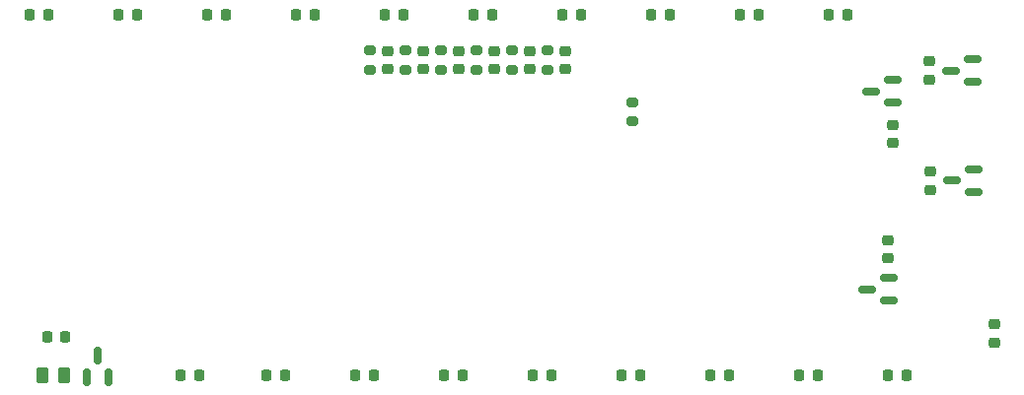
<source format=gbr>
%TF.GenerationSoftware,KiCad,Pcbnew,6.0.7-f9a2dced07~116~ubuntu20.04.1*%
%TF.CreationDate,2022-12-18T15:13:05-08:00*%
%TF.ProjectId,ButtonBd2,42757474-6f6e-4426-9432-2e6b69636164,rev?*%
%TF.SameCoordinates,Original*%
%TF.FileFunction,Paste,Top*%
%TF.FilePolarity,Positive*%
%FSLAX46Y46*%
G04 Gerber Fmt 4.6, Leading zero omitted, Abs format (unit mm)*
G04 Created by KiCad (PCBNEW 6.0.7-f9a2dced07~116~ubuntu20.04.1) date 2022-12-18 15:13:05*
%MOMM*%
%LPD*%
G01*
G04 APERTURE LIST*
G04 Aperture macros list*
%AMRoundRect*
0 Rectangle with rounded corners*
0 $1 Rounding radius*
0 $2 $3 $4 $5 $6 $7 $8 $9 X,Y pos of 4 corners*
0 Add a 4 corners polygon primitive as box body*
4,1,4,$2,$3,$4,$5,$6,$7,$8,$9,$2,$3,0*
0 Add four circle primitives for the rounded corners*
1,1,$1+$1,$2,$3*
1,1,$1+$1,$4,$5*
1,1,$1+$1,$6,$7*
1,1,$1+$1,$8,$9*
0 Add four rect primitives between the rounded corners*
20,1,$1+$1,$2,$3,$4,$5,0*
20,1,$1+$1,$4,$5,$6,$7,0*
20,1,$1+$1,$6,$7,$8,$9,0*
20,1,$1+$1,$8,$9,$2,$3,0*%
G04 Aperture macros list end*
%ADD10RoundRect,0.218750X0.256250X-0.218750X0.256250X0.218750X-0.256250X0.218750X-0.256250X-0.218750X0*%
%ADD11RoundRect,0.200000X0.275000X-0.200000X0.275000X0.200000X-0.275000X0.200000X-0.275000X-0.200000X0*%
%ADD12RoundRect,0.225000X0.250000X-0.225000X0.250000X0.225000X-0.250000X0.225000X-0.250000X-0.225000X0*%
%ADD13RoundRect,0.218750X0.218750X0.256250X-0.218750X0.256250X-0.218750X-0.256250X0.218750X-0.256250X0*%
%ADD14RoundRect,0.225000X-0.250000X0.225000X-0.250000X-0.225000X0.250000X-0.225000X0.250000X0.225000X0*%
%ADD15RoundRect,0.150000X0.587500X0.150000X-0.587500X0.150000X-0.587500X-0.150000X0.587500X-0.150000X0*%
%ADD16RoundRect,0.218750X-0.218750X-0.256250X0.218750X-0.256250X0.218750X0.256250X-0.218750X0.256250X0*%
%ADD17RoundRect,0.250000X0.262500X0.450000X-0.262500X0.450000X-0.262500X-0.450000X0.262500X-0.450000X0*%
%ADD18RoundRect,0.200000X-0.275000X0.200000X-0.275000X-0.200000X0.275000X-0.200000X0.275000X0.200000X0*%
%ADD19RoundRect,0.150000X0.150000X-0.587500X0.150000X0.587500X-0.150000X0.587500X-0.150000X-0.587500X0*%
%ADD20RoundRect,0.225000X0.225000X0.250000X-0.225000X0.250000X-0.225000X-0.250000X0.225000X-0.250000X0*%
G04 APERTURE END LIST*
D10*
%TO.C,D21*%
X145542000Y-94005500D03*
X145542000Y-92430500D03*
%TD*%
D11*
%TO.C,R2*%
X94996000Y-70548000D03*
X94996000Y-68898000D03*
%TD*%
D12*
%TO.C,C4*%
X136398000Y-86754000D03*
X136398000Y-85204000D03*
%TD*%
D10*
%TO.C,D11*%
X93472000Y-70510500D03*
X93472000Y-68935500D03*
%TD*%
D13*
%TO.C,D3*%
X79527500Y-65786000D03*
X77952500Y-65786000D03*
%TD*%
D10*
%TO.C,D16*%
X108712000Y-70510500D03*
X108712000Y-68935500D03*
%TD*%
%TO.C,D15*%
X105664000Y-70510500D03*
X105664000Y-68935500D03*
%TD*%
D12*
%TO.C,C1*%
X139954000Y-71387000D03*
X139954000Y-69837000D03*
%TD*%
D10*
%TO.C,D13*%
X99568000Y-70510500D03*
X99568000Y-68935500D03*
%TD*%
D14*
%TO.C,C3*%
X140032500Y-79301000D03*
X140032500Y-80851000D03*
%TD*%
D13*
%TO.C,D8*%
X117627500Y-65786000D03*
X116052500Y-65786000D03*
%TD*%
D15*
%TO.C,D20*%
X136446500Y-90358000D03*
X136446500Y-88458000D03*
X134571500Y-89408000D03*
%TD*%
D16*
%TO.C,D24*%
X83032500Y-96774000D03*
X84607500Y-96774000D03*
%TD*%
D10*
%TO.C,D14*%
X102616000Y-70510500D03*
X102616000Y-68935500D03*
%TD*%
D16*
%TO.C,D25*%
X90652500Y-96774000D03*
X92227500Y-96774000D03*
%TD*%
%TO.C,D30*%
X128752500Y-96774000D03*
X130327500Y-96774000D03*
%TD*%
D10*
%TO.C,D12*%
X96520000Y-70510500D03*
X96520000Y-68935500D03*
%TD*%
D15*
%TO.C,D17*%
X143685500Y-71562000D03*
X143685500Y-69662000D03*
X141810500Y-70612000D03*
%TD*%
D11*
%TO.C,R3*%
X98044000Y-70548000D03*
X98044000Y-68898000D03*
%TD*%
D16*
%TO.C,D27*%
X105892500Y-96774000D03*
X107467500Y-96774000D03*
%TD*%
D17*
%TO.C,R8*%
X65682500Y-96774000D03*
X63857500Y-96774000D03*
%TD*%
D18*
%TO.C,R7*%
X114427000Y-73343000D03*
X114427000Y-74993000D03*
%TD*%
D16*
%TO.C,D28*%
X113512500Y-96774000D03*
X115087500Y-96774000D03*
%TD*%
D13*
%TO.C,D6*%
X102387500Y-65786000D03*
X100812500Y-65786000D03*
%TD*%
D11*
%TO.C,R4*%
X101092000Y-70548000D03*
X101092000Y-68898000D03*
%TD*%
%TO.C,R1*%
X91948000Y-70548000D03*
X91948000Y-68898000D03*
%TD*%
D13*
%TO.C,D4*%
X87147500Y-65786000D03*
X85572500Y-65786000D03*
%TD*%
D11*
%TO.C,R6*%
X107188000Y-70548000D03*
X107188000Y-68898000D03*
%TD*%
D13*
%TO.C,D1*%
X64287500Y-65786000D03*
X62712500Y-65786000D03*
%TD*%
%TO.C,D9*%
X125247500Y-65786000D03*
X123672500Y-65786000D03*
%TD*%
D19*
%TO.C,D22*%
X67630000Y-96949500D03*
X69530000Y-96949500D03*
X68580000Y-95074500D03*
%TD*%
D13*
%TO.C,D5*%
X94767500Y-65786000D03*
X93192500Y-65786000D03*
%TD*%
%TO.C,D10*%
X132867500Y-65786000D03*
X131292500Y-65786000D03*
%TD*%
%TO.C,D2*%
X71907500Y-65786000D03*
X70332500Y-65786000D03*
%TD*%
D16*
%TO.C,D29*%
X121132500Y-96774000D03*
X122707500Y-96774000D03*
%TD*%
%TO.C,D31*%
X136372500Y-96774000D03*
X137947500Y-96774000D03*
%TD*%
D15*
%TO.C,D19*%
X143764000Y-81026000D03*
X143764000Y-79126000D03*
X141889000Y-80076000D03*
%TD*%
D16*
%TO.C,D23*%
X75666500Y-96774000D03*
X77241500Y-96774000D03*
%TD*%
%TO.C,D26*%
X98272500Y-96774000D03*
X99847500Y-96774000D03*
%TD*%
D20*
%TO.C,C5*%
X65799000Y-93472000D03*
X64249000Y-93472000D03*
%TD*%
D15*
%TO.C,D18*%
X136827500Y-73340000D03*
X136827500Y-71440000D03*
X134952500Y-72390000D03*
%TD*%
D12*
%TO.C,C2*%
X136779000Y-76848000D03*
X136779000Y-75298000D03*
%TD*%
D13*
%TO.C,D7*%
X110007500Y-65786000D03*
X108432500Y-65786000D03*
%TD*%
D11*
%TO.C,R5*%
X104140000Y-70548000D03*
X104140000Y-68898000D03*
%TD*%
M02*

</source>
